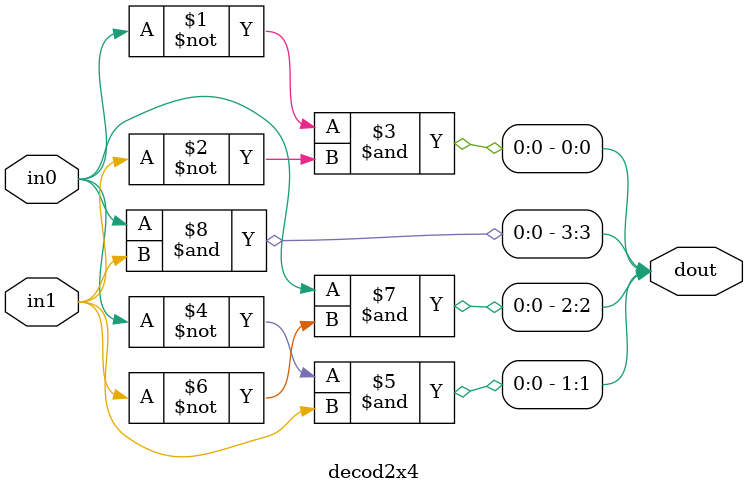
<source format=v>
	module decod2x4 (dout,in0,in1);
	
	input in0, in1;
	output [3:0] dout;

	and (dout[0], ~in0, ~in1);
	and (dout[1], ~in0, in1);
	and (dout[2], in0, ~in1);
	and (dout[3], in0, in1);
	endmodule

</source>
